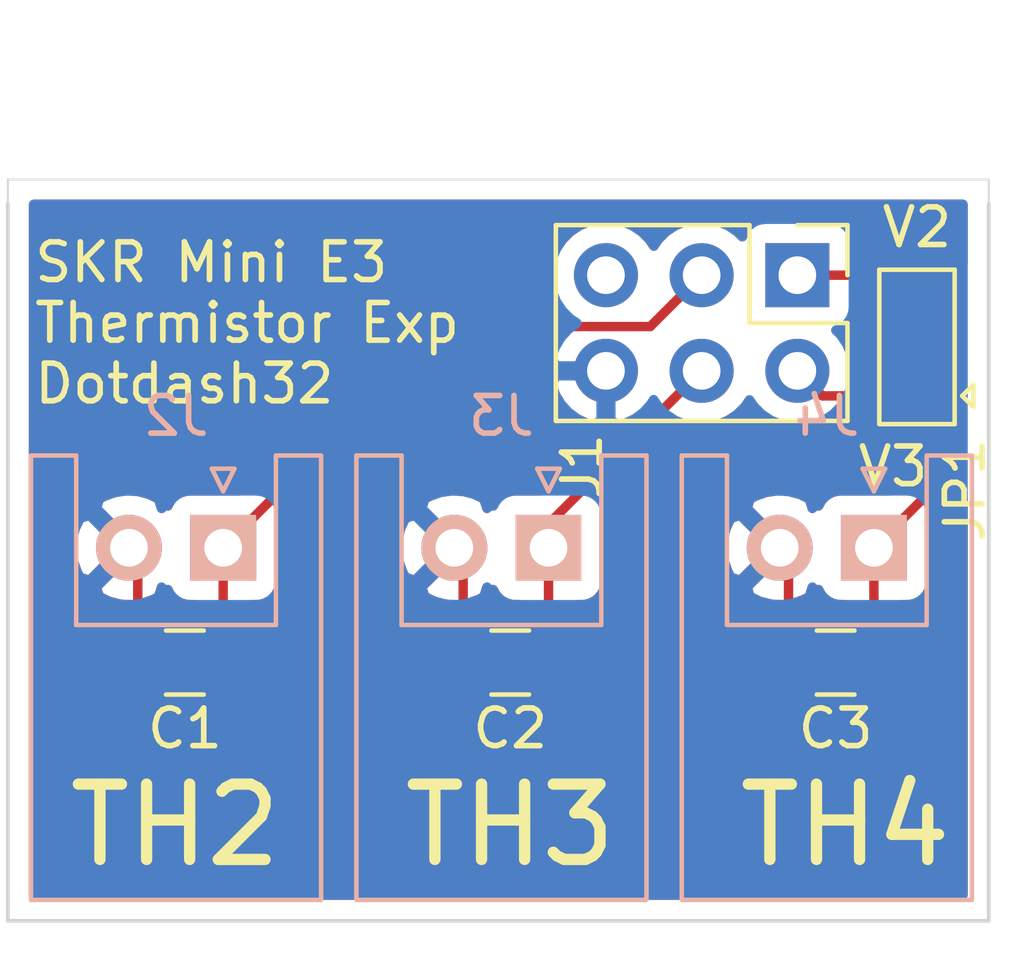
<source format=kicad_pcb>
(kicad_pcb (version 20171130) (host pcbnew "(5.1.10-1-10_14)")

  (general
    (thickness 1.6)
    (drawings 12)
    (tracks 25)
    (zones 0)
    (modules 8)
    (nets 8)
  )

  (page A4)
  (layers
    (0 F.Cu signal)
    (31 B.Cu signal)
    (32 B.Adhes user)
    (33 F.Adhes user)
    (34 B.Paste user)
    (35 F.Paste user)
    (36 B.SilkS user)
    (37 F.SilkS user)
    (38 B.Mask user)
    (39 F.Mask user)
    (40 Dwgs.User user)
    (41 Cmts.User user)
    (42 Eco1.User user)
    (43 Eco2.User user)
    (44 Edge.Cuts user)
    (45 Margin user)
    (46 B.CrtYd user)
    (47 F.CrtYd user)
    (48 B.Fab user)
    (49 F.Fab user)
  )

  (setup
    (last_trace_width 0.25)
    (trace_clearance 0.2)
    (zone_clearance 0.508)
    (zone_45_only no)
    (trace_min 0.2)
    (via_size 0.8)
    (via_drill 0.4)
    (via_min_size 0.4)
    (via_min_drill 0.3)
    (uvia_size 0.3)
    (uvia_drill 0.1)
    (uvias_allowed no)
    (uvia_min_size 0.2)
    (uvia_min_drill 0.1)
    (edge_width 0.05)
    (segment_width 0.2)
    (pcb_text_width 0.3)
    (pcb_text_size 1.5 1.5)
    (mod_edge_width 0.12)
    (mod_text_size 1 1)
    (mod_text_width 0.15)
    (pad_size 1.524 1.524)
    (pad_drill 0.762)
    (pad_to_mask_clearance 0)
    (aux_axis_origin 0 0)
    (visible_elements FFFFFF7F)
    (pcbplotparams
      (layerselection 0x010fc_ffffffff)
      (usegerberextensions false)
      (usegerberattributes true)
      (usegerberadvancedattributes true)
      (creategerberjobfile true)
      (excludeedgelayer true)
      (linewidth 0.100000)
      (plotframeref false)
      (viasonmask false)
      (mode 1)
      (useauxorigin false)
      (hpglpennumber 1)
      (hpglpenspeed 20)
      (hpglpendiameter 15.000000)
      (psnegative false)
      (psa4output false)
      (plotreference true)
      (plotvalue true)
      (plotinvisibletext false)
      (padsonsilk false)
      (subtractmaskfromsilk false)
      (outputformat 1)
      (mirror false)
      (drillshape 1)
      (scaleselection 1)
      (outputdirectory ""))
  )

  (net 0 "")
  (net 1 /TH2)
  (net 2 GND)
  (net 3 /TH3)
  (net 4 /TH4)
  (net 5 "Net-(J1-Pad5)")
  (net 6 /V2.0)
  (net 7 /V3.0)

  (net_class Default "This is the default net class."
    (clearance 0.2)
    (trace_width 0.25)
    (via_dia 0.8)
    (via_drill 0.4)
    (uvia_dia 0.3)
    (uvia_drill 0.1)
    (add_net /TH2)
    (add_net /TH3)
    (add_net /TH4)
    (add_net /V2.0)
    (add_net /V3.0)
    (add_net GND)
    (add_net "Net-(J1-Pad5)")
  )

  (module Pin_Headers:Pin_Header_Straight_2x03_Pitch2.54mm (layer F.Cu) (tedit 59650532) (tstamp 61B99B10)
    (at 125.73 74.93 270)
    (descr "Through hole straight pin header, 2x03, 2.54mm pitch, double rows")
    (tags "Through hole pin header THT 2x03 2.54mm double row")
    (path /61BB4B9B)
    (fp_text reference J1 (at 5.08 5.715 90) (layer F.SilkS)
      (effects (font (size 1 1) (thickness 0.15)))
    )
    (fp_text value Conn_02x03_Odd_Even (at 1.27 7.41 90) (layer F.Fab)
      (effects (font (size 1 1) (thickness 0.15)))
    )
    (fp_line (start 0 -1.27) (end 3.81 -1.27) (layer F.Fab) (width 0.1))
    (fp_line (start 3.81 -1.27) (end 3.81 6.35) (layer F.Fab) (width 0.1))
    (fp_line (start 3.81 6.35) (end -1.27 6.35) (layer F.Fab) (width 0.1))
    (fp_line (start -1.27 6.35) (end -1.27 0) (layer F.Fab) (width 0.1))
    (fp_line (start -1.27 0) (end 0 -1.27) (layer F.Fab) (width 0.1))
    (fp_line (start -1.33 6.41) (end 3.87 6.41) (layer F.SilkS) (width 0.12))
    (fp_line (start -1.33 1.27) (end -1.33 6.41) (layer F.SilkS) (width 0.12))
    (fp_line (start 3.87 -1.33) (end 3.87 6.41) (layer F.SilkS) (width 0.12))
    (fp_line (start -1.33 1.27) (end 1.27 1.27) (layer F.SilkS) (width 0.12))
    (fp_line (start 1.27 1.27) (end 1.27 -1.33) (layer F.SilkS) (width 0.12))
    (fp_line (start 1.27 -1.33) (end 3.87 -1.33) (layer F.SilkS) (width 0.12))
    (fp_line (start -1.33 0) (end -1.33 -1.33) (layer F.SilkS) (width 0.12))
    (fp_line (start -1.33 -1.33) (end 0 -1.33) (layer F.SilkS) (width 0.12))
    (fp_line (start -1.8 -1.8) (end -1.8 6.85) (layer F.CrtYd) (width 0.05))
    (fp_line (start -1.8 6.85) (end 4.35 6.85) (layer F.CrtYd) (width 0.05))
    (fp_line (start 4.35 6.85) (end 4.35 -1.8) (layer F.CrtYd) (width 0.05))
    (fp_line (start 4.35 -1.8) (end -1.8 -1.8) (layer F.CrtYd) (width 0.05))
    (fp_text user %R (at 1.27 2.54) (layer F.Fab)
      (effects (font (size 1 1) (thickness 0.15)))
    )
    (pad 1 thru_hole rect (at 0 0 270) (size 1.7 1.7) (drill 1) (layers *.Cu *.Mask)
      (net 6 /V2.0))
    (pad 2 thru_hole oval (at 2.54 0 270) (size 1.7 1.7) (drill 1) (layers *.Cu *.Mask)
      (net 7 /V3.0))
    (pad 3 thru_hole oval (at 0 2.54 270) (size 1.7 1.7) (drill 1) (layers *.Cu *.Mask)
      (net 1 /TH2))
    (pad 4 thru_hole oval (at 2.54 2.54 270) (size 1.7 1.7) (drill 1) (layers *.Cu *.Mask)
      (net 3 /TH3))
    (pad 5 thru_hole oval (at 0 5.08 270) (size 1.7 1.7) (drill 1) (layers *.Cu *.Mask)
      (net 5 "Net-(J1-Pad5)"))
    (pad 6 thru_hole oval (at 2.54 5.08 270) (size 1.7 1.7) (drill 1) (layers *.Cu *.Mask)
      (net 2 GND))
    (model ${KISYS3DMOD}/Pin_Headers.3dshapes/Pin_Header_Straight_2x03_Pitch2.54mm.wrl
      (at (xyz 0 0 0))
      (scale (xyz 1 1 1))
      (rotate (xyz 0 0 0))
    )
    (model ${KISYS3DMOD}/Connector_PinSocket_2.54mm.3dshapes/PinSocket_2x03_P2.54mm_Vertical.step
      (offset (xyz 0 0 -1.6))
      (scale (xyz 1 1 1))
      (rotate (xyz 0 180 0))
    )
  )

  (module Jumper:SolderJumper-3_P1.3mm_Open_Pad1.0x1.5mm (layer F.Cu) (tedit 5A3F8BB2) (tstamp 61B99D0F)
    (at 128.905 76.835 90)
    (descr "SMD Solder 3-pad Jumper, 1x1.5mm Pads, 0.3mm gap, open")
    (tags "solder jumper open")
    (path /61B9AB20)
    (attr virtual)
    (fp_text reference JP1 (at -3.81 1.27 90) (layer F.SilkS)
      (effects (font (size 1 1) (thickness 0.15)))
    )
    (fp_text value Jumper_3_Open (at 0 2 90) (layer F.Fab)
      (effects (font (size 1 1) (thickness 0.15)))
    )
    (fp_line (start 2.3 1.25) (end -2.3 1.25) (layer F.CrtYd) (width 0.05))
    (fp_line (start 2.3 1.25) (end 2.3 -1.25) (layer F.CrtYd) (width 0.05))
    (fp_line (start -2.3 -1.25) (end -2.3 1.25) (layer F.CrtYd) (width 0.05))
    (fp_line (start -2.3 -1.25) (end 2.3 -1.25) (layer F.CrtYd) (width 0.05))
    (fp_line (start -2.05 -1) (end 2.05 -1) (layer F.SilkS) (width 0.12))
    (fp_line (start 2.05 -1) (end 2.05 1) (layer F.SilkS) (width 0.12))
    (fp_line (start 2.05 1) (end -2.05 1) (layer F.SilkS) (width 0.12))
    (fp_line (start -2.05 1) (end -2.05 -1) (layer F.SilkS) (width 0.12))
    (fp_line (start -1.3 1.2) (end -1.6 1.5) (layer F.SilkS) (width 0.12))
    (fp_line (start -1.6 1.5) (end -1 1.5) (layer F.SilkS) (width 0.12))
    (fp_line (start -1.3 1.2) (end -1 1.5) (layer F.SilkS) (width 0.12))
    (pad 1 smd rect (at -1.3 0 90) (size 1 1.5) (layers F.Cu F.Mask)
      (net 7 /V3.0))
    (pad 2 smd rect (at 0 0 90) (size 1 1.5) (layers F.Cu F.Mask)
      (net 4 /TH4))
    (pad 3 smd rect (at 1.3 0 90) (size 1 1.5) (layers F.Cu F.Mask)
      (net 6 /V2.0))
  )

  (module Connectors_JST:JST_XH_S02B-XH-A_02x2.50mm_Angled (layer B.Cu) (tedit 58EAE850) (tstamp 61B9A0B1)
    (at 127.762 82.169 180)
    (descr "JST XH series connector, S02B-XH-A, side entry type, through hole")
    (tags "connector jst xh tht side horizontal angled 2.50mm")
    (path /61A11821)
    (fp_text reference J4 (at 1.25 3.5) (layer B.SilkS)
      (effects (font (size 1 1) (thickness 0.15)) (justify mirror))
    )
    (fp_text value Conn_01x02 (at 1.25 -10.3) (layer B.Fab)
      (effects (font (size 1 1) (thickness 0.15)) (justify mirror))
    )
    (fp_line (start -2.45 2.3) (end -2.45 -9.2) (layer B.Fab) (width 0.1))
    (fp_line (start -2.45 -9.2) (end 4.95 -9.2) (layer B.Fab) (width 0.1))
    (fp_line (start 4.95 -9.2) (end 4.95 2.3) (layer B.Fab) (width 0.1))
    (fp_line (start 4.95 2.3) (end -2.45 2.3) (layer B.Fab) (width 0.1))
    (fp_line (start -2.95 2.8) (end -2.95 -9.7) (layer B.CrtYd) (width 0.05))
    (fp_line (start -2.95 -9.7) (end 5.45 -9.7) (layer B.CrtYd) (width 0.05))
    (fp_line (start 5.45 -9.7) (end 5.45 2.8) (layer B.CrtYd) (width 0.05))
    (fp_line (start 5.45 2.8) (end -2.95 2.8) (layer B.CrtYd) (width 0.05))
    (fp_line (start 1.25 -9.35) (end -2.6 -9.35) (layer B.SilkS) (width 0.12))
    (fp_line (start -2.6 -9.35) (end -2.6 2.45) (layer B.SilkS) (width 0.12))
    (fp_line (start -2.6 2.45) (end -1.4 2.45) (layer B.SilkS) (width 0.12))
    (fp_line (start -1.4 2.45) (end -1.4 -2.05) (layer B.SilkS) (width 0.12))
    (fp_line (start -1.4 -2.05) (end 1.25 -2.05) (layer B.SilkS) (width 0.12))
    (fp_line (start 1.25 -9.35) (end 5.1 -9.35) (layer B.SilkS) (width 0.12))
    (fp_line (start 5.1 -9.35) (end 5.1 2.45) (layer B.SilkS) (width 0.12))
    (fp_line (start 5.1 2.45) (end 3.9 2.45) (layer B.SilkS) (width 0.12))
    (fp_line (start 3.9 2.45) (end 3.9 -2.05) (layer B.SilkS) (width 0.12))
    (fp_line (start 3.9 -2.05) (end 1.25 -2.05) (layer B.SilkS) (width 0.12))
    (fp_line (start -0.25 -3.45) (end -0.25 -8.7) (layer B.Fab) (width 0.1))
    (fp_line (start -0.25 -8.7) (end 0.25 -8.7) (layer B.Fab) (width 0.1))
    (fp_line (start 0.25 -8.7) (end 0.25 -3.45) (layer B.Fab) (width 0.1))
    (fp_line (start 0.25 -3.45) (end -0.25 -3.45) (layer B.Fab) (width 0.1))
    (fp_line (start 2.25 -3.45) (end 2.25 -8.7) (layer B.Fab) (width 0.1))
    (fp_line (start 2.25 -8.7) (end 2.75 -8.7) (layer B.Fab) (width 0.1))
    (fp_line (start 2.75 -8.7) (end 2.75 -3.45) (layer B.Fab) (width 0.1))
    (fp_line (start 2.75 -3.45) (end 2.25 -3.45) (layer B.Fab) (width 0.1))
    (fp_line (start 0 1.5) (end -0.3 2.1) (layer B.SilkS) (width 0.12))
    (fp_line (start -0.3 2.1) (end 0.3 2.1) (layer B.SilkS) (width 0.12))
    (fp_line (start 0.3 2.1) (end 0 1.5) (layer B.SilkS) (width 0.12))
    (fp_line (start 0 1.5) (end -0.3 2.1) (layer B.Fab) (width 0.1))
    (fp_line (start -0.3 2.1) (end 0.3 2.1) (layer B.Fab) (width 0.1))
    (fp_line (start 0.3 2.1) (end 0 1.5) (layer B.Fab) (width 0.1))
    (fp_text user %R (at 1.25 -2.25) (layer B.Fab)
      (effects (font (size 1 1) (thickness 0.15)) (justify mirror))
    )
    (pad 1 thru_hole rect (at 0 0 180) (size 1.75 1.75) (drill 1) (layers *.Cu *.Mask B.SilkS)
      (net 4 /TH4))
    (pad 2 thru_hole circle (at 2.5 0 180) (size 1.75 1.75) (drill 1) (layers *.Cu *.Mask B.SilkS)
      (net 2 GND))
    (model Connectors_JST.3dshapes/JST_XH_S02B-XH-A_02x2.50mm_Angled.wrl
      (at (xyz 0 0 0))
      (scale (xyz 1 1 1))
      (rotate (xyz 0 0 0))
    )
    (model ${KISYS3DMOD}/Connector_JST.3dshapes/JST_XH_S02B-XH-A-1_1x02_P2.50mm_Horizontal.step
      (at (xyz 0 0 0))
      (scale (xyz 1 1 1))
      (rotate (xyz 0 0 0))
    )
  )

  (module Connectors_JST:JST_XH_S02B-XH-A_02x2.50mm_Angled (layer B.Cu) (tedit 58EAE850) (tstamp 61B9A123)
    (at 119.126 82.169 180)
    (descr "JST XH series connector, S02B-XH-A, side entry type, through hole")
    (tags "connector jst xh tht side horizontal angled 2.50mm")
    (path /61A1120B)
    (fp_text reference J3 (at 1.25 3.5) (layer B.SilkS)
      (effects (font (size 1 1) (thickness 0.15)) (justify mirror))
    )
    (fp_text value Conn_01x02 (at 1.25 -10.3) (layer B.Fab)
      (effects (font (size 1 1) (thickness 0.15)) (justify mirror))
    )
    (fp_line (start -2.45 2.3) (end -2.45 -9.2) (layer B.Fab) (width 0.1))
    (fp_line (start -2.45 -9.2) (end 4.95 -9.2) (layer B.Fab) (width 0.1))
    (fp_line (start 4.95 -9.2) (end 4.95 2.3) (layer B.Fab) (width 0.1))
    (fp_line (start 4.95 2.3) (end -2.45 2.3) (layer B.Fab) (width 0.1))
    (fp_line (start -2.95 2.8) (end -2.95 -9.7) (layer B.CrtYd) (width 0.05))
    (fp_line (start -2.95 -9.7) (end 5.45 -9.7) (layer B.CrtYd) (width 0.05))
    (fp_line (start 5.45 -9.7) (end 5.45 2.8) (layer B.CrtYd) (width 0.05))
    (fp_line (start 5.45 2.8) (end -2.95 2.8) (layer B.CrtYd) (width 0.05))
    (fp_line (start 1.25 -9.35) (end -2.6 -9.35) (layer B.SilkS) (width 0.12))
    (fp_line (start -2.6 -9.35) (end -2.6 2.45) (layer B.SilkS) (width 0.12))
    (fp_line (start -2.6 2.45) (end -1.4 2.45) (layer B.SilkS) (width 0.12))
    (fp_line (start -1.4 2.45) (end -1.4 -2.05) (layer B.SilkS) (width 0.12))
    (fp_line (start -1.4 -2.05) (end 1.25 -2.05) (layer B.SilkS) (width 0.12))
    (fp_line (start 1.25 -9.35) (end 5.1 -9.35) (layer B.SilkS) (width 0.12))
    (fp_line (start 5.1 -9.35) (end 5.1 2.45) (layer B.SilkS) (width 0.12))
    (fp_line (start 5.1 2.45) (end 3.9 2.45) (layer B.SilkS) (width 0.12))
    (fp_line (start 3.9 2.45) (end 3.9 -2.05) (layer B.SilkS) (width 0.12))
    (fp_line (start 3.9 -2.05) (end 1.25 -2.05) (layer B.SilkS) (width 0.12))
    (fp_line (start -0.25 -3.45) (end -0.25 -8.7) (layer B.Fab) (width 0.1))
    (fp_line (start -0.25 -8.7) (end 0.25 -8.7) (layer B.Fab) (width 0.1))
    (fp_line (start 0.25 -8.7) (end 0.25 -3.45) (layer B.Fab) (width 0.1))
    (fp_line (start 0.25 -3.45) (end -0.25 -3.45) (layer B.Fab) (width 0.1))
    (fp_line (start 2.25 -3.45) (end 2.25 -8.7) (layer B.Fab) (width 0.1))
    (fp_line (start 2.25 -8.7) (end 2.75 -8.7) (layer B.Fab) (width 0.1))
    (fp_line (start 2.75 -8.7) (end 2.75 -3.45) (layer B.Fab) (width 0.1))
    (fp_line (start 2.75 -3.45) (end 2.25 -3.45) (layer B.Fab) (width 0.1))
    (fp_line (start 0 1.5) (end -0.3 2.1) (layer B.SilkS) (width 0.12))
    (fp_line (start -0.3 2.1) (end 0.3 2.1) (layer B.SilkS) (width 0.12))
    (fp_line (start 0.3 2.1) (end 0 1.5) (layer B.SilkS) (width 0.12))
    (fp_line (start 0 1.5) (end -0.3 2.1) (layer B.Fab) (width 0.1))
    (fp_line (start -0.3 2.1) (end 0.3 2.1) (layer B.Fab) (width 0.1))
    (fp_line (start 0.3 2.1) (end 0 1.5) (layer B.Fab) (width 0.1))
    (fp_text user %R (at 1.25 -2.25) (layer B.Fab)
      (effects (font (size 1 1) (thickness 0.15)) (justify mirror))
    )
    (pad 1 thru_hole rect (at 0 0 180) (size 1.75 1.75) (drill 1) (layers *.Cu *.Mask B.SilkS)
      (net 3 /TH3))
    (pad 2 thru_hole circle (at 2.5 0 180) (size 1.75 1.75) (drill 1) (layers *.Cu *.Mask B.SilkS)
      (net 2 GND))
    (model Connectors_JST.3dshapes/JST_XH_S02B-XH-A_02x2.50mm_Angled.wrl
      (at (xyz 0 0 0))
      (scale (xyz 1 1 1))
      (rotate (xyz 0 0 0))
    )
    (model ${KISYS3DMOD}/Connector_JST.3dshapes/JST_XH_S02B-XH-A-1_1x02_P2.50mm_Horizontal.step
      (at (xyz 0 0 0))
      (scale (xyz 1 1 1))
      (rotate (xyz 0 0 0))
    )
  )

  (module Connectors_JST:JST_XH_S02B-XH-A_02x2.50mm_Angled (layer B.Cu) (tedit 58EAE850) (tstamp 61B9A195)
    (at 110.49 82.169 180)
    (descr "JST XH series connector, S02B-XH-A, side entry type, through hole")
    (tags "connector jst xh tht side horizontal angled 2.50mm")
    (path /61A0FD6D)
    (fp_text reference J2 (at 1.25 3.5) (layer B.SilkS)
      (effects (font (size 1 1) (thickness 0.15)) (justify mirror))
    )
    (fp_text value Conn_01x02 (at 1.25 -10.3) (layer B.Fab)
      (effects (font (size 1 1) (thickness 0.15)) (justify mirror))
    )
    (fp_line (start -2.45 2.3) (end -2.45 -9.2) (layer B.Fab) (width 0.1))
    (fp_line (start -2.45 -9.2) (end 4.95 -9.2) (layer B.Fab) (width 0.1))
    (fp_line (start 4.95 -9.2) (end 4.95 2.3) (layer B.Fab) (width 0.1))
    (fp_line (start 4.95 2.3) (end -2.45 2.3) (layer B.Fab) (width 0.1))
    (fp_line (start -2.95 2.8) (end -2.95 -9.7) (layer B.CrtYd) (width 0.05))
    (fp_line (start -2.95 -9.7) (end 5.45 -9.7) (layer B.CrtYd) (width 0.05))
    (fp_line (start 5.45 -9.7) (end 5.45 2.8) (layer B.CrtYd) (width 0.05))
    (fp_line (start 5.45 2.8) (end -2.95 2.8) (layer B.CrtYd) (width 0.05))
    (fp_line (start 1.25 -9.35) (end -2.6 -9.35) (layer B.SilkS) (width 0.12))
    (fp_line (start -2.6 -9.35) (end -2.6 2.45) (layer B.SilkS) (width 0.12))
    (fp_line (start -2.6 2.45) (end -1.4 2.45) (layer B.SilkS) (width 0.12))
    (fp_line (start -1.4 2.45) (end -1.4 -2.05) (layer B.SilkS) (width 0.12))
    (fp_line (start -1.4 -2.05) (end 1.25 -2.05) (layer B.SilkS) (width 0.12))
    (fp_line (start 1.25 -9.35) (end 5.1 -9.35) (layer B.SilkS) (width 0.12))
    (fp_line (start 5.1 -9.35) (end 5.1 2.45) (layer B.SilkS) (width 0.12))
    (fp_line (start 5.1 2.45) (end 3.9 2.45) (layer B.SilkS) (width 0.12))
    (fp_line (start 3.9 2.45) (end 3.9 -2.05) (layer B.SilkS) (width 0.12))
    (fp_line (start 3.9 -2.05) (end 1.25 -2.05) (layer B.SilkS) (width 0.12))
    (fp_line (start -0.25 -3.45) (end -0.25 -8.7) (layer B.Fab) (width 0.1))
    (fp_line (start -0.25 -8.7) (end 0.25 -8.7) (layer B.Fab) (width 0.1))
    (fp_line (start 0.25 -8.7) (end 0.25 -3.45) (layer B.Fab) (width 0.1))
    (fp_line (start 0.25 -3.45) (end -0.25 -3.45) (layer B.Fab) (width 0.1))
    (fp_line (start 2.25 -3.45) (end 2.25 -8.7) (layer B.Fab) (width 0.1))
    (fp_line (start 2.25 -8.7) (end 2.75 -8.7) (layer B.Fab) (width 0.1))
    (fp_line (start 2.75 -8.7) (end 2.75 -3.45) (layer B.Fab) (width 0.1))
    (fp_line (start 2.75 -3.45) (end 2.25 -3.45) (layer B.Fab) (width 0.1))
    (fp_line (start 0 1.5) (end -0.3 2.1) (layer B.SilkS) (width 0.12))
    (fp_line (start -0.3 2.1) (end 0.3 2.1) (layer B.SilkS) (width 0.12))
    (fp_line (start 0.3 2.1) (end 0 1.5) (layer B.SilkS) (width 0.12))
    (fp_line (start 0 1.5) (end -0.3 2.1) (layer B.Fab) (width 0.1))
    (fp_line (start -0.3 2.1) (end 0.3 2.1) (layer B.Fab) (width 0.1))
    (fp_line (start 0.3 2.1) (end 0 1.5) (layer B.Fab) (width 0.1))
    (fp_text user %R (at 1.25 -2.25) (layer B.Fab)
      (effects (font (size 1 1) (thickness 0.15)) (justify mirror))
    )
    (pad 1 thru_hole rect (at 0 0 180) (size 1.75 1.75) (drill 1) (layers *.Cu *.Mask B.SilkS)
      (net 1 /TH2))
    (pad 2 thru_hole circle (at 2.5 0 180) (size 1.75 1.75) (drill 1) (layers *.Cu *.Mask B.SilkS)
      (net 2 GND))
    (model Connectors_JST.3dshapes/JST_XH_S02B-XH-A_02x2.50mm_Angled.wrl
      (at (xyz 0 0 0))
      (scale (xyz 1 1 1))
      (rotate (xyz 0 0 0))
    )
    (model ${KISYS3DMOD}/Connector_JST.3dshapes/JST_XH_S02B-XH-A-1_1x02_P2.50mm_Horizontal.step
      (at (xyz 0 0 0))
      (scale (xyz 1 1 1))
      (rotate (xyz 0 0 0))
    )
  )

  (module Capacitors_SMD:C_0805_HandSoldering (layer F.Cu) (tedit 58AA84A8) (tstamp 61B9A1F1)
    (at 126.746 85.217 180)
    (descr "Capacitor SMD 0805, hand soldering")
    (tags "capacitor 0805")
    (path /61BA4A2F)
    (attr smd)
    (fp_text reference C3 (at 0 -1.75) (layer F.SilkS)
      (effects (font (size 1 1) (thickness 0.15)))
    )
    (fp_text value 10uF (at 0 1.75) (layer F.Fab)
      (effects (font (size 1 1) (thickness 0.15)))
    )
    (fp_line (start -1 0.62) (end -1 -0.62) (layer F.Fab) (width 0.1))
    (fp_line (start 1 0.62) (end -1 0.62) (layer F.Fab) (width 0.1))
    (fp_line (start 1 -0.62) (end 1 0.62) (layer F.Fab) (width 0.1))
    (fp_line (start -1 -0.62) (end 1 -0.62) (layer F.Fab) (width 0.1))
    (fp_line (start 0.5 -0.85) (end -0.5 -0.85) (layer F.SilkS) (width 0.12))
    (fp_line (start -0.5 0.85) (end 0.5 0.85) (layer F.SilkS) (width 0.12))
    (fp_line (start -2.25 -0.88) (end 2.25 -0.88) (layer F.CrtYd) (width 0.05))
    (fp_line (start -2.25 -0.88) (end -2.25 0.87) (layer F.CrtYd) (width 0.05))
    (fp_line (start 2.25 0.87) (end 2.25 -0.88) (layer F.CrtYd) (width 0.05))
    (fp_line (start 2.25 0.87) (end -2.25 0.87) (layer F.CrtYd) (width 0.05))
    (fp_text user %R (at 0 -1.75) (layer F.Fab)
      (effects (font (size 1 1) (thickness 0.15)))
    )
    (pad 1 smd rect (at -1.25 0 180) (size 1.5 1.25) (layers F.Cu F.Paste F.Mask)
      (net 4 /TH4))
    (pad 2 smd rect (at 1.25 0 180) (size 1.5 1.25) (layers F.Cu F.Paste F.Mask)
      (net 2 GND))
    (model Capacitors_SMD.3dshapes/C_0805.wrl
      (at (xyz 0 0 0))
      (scale (xyz 1 1 1))
      (rotate (xyz 0 0 0))
    )
    (model ${KISYS3DMOD}/Capacitor_SMD.3dshapes/C_0805_2012Metric.step
      (at (xyz 0 0 0))
      (scale (xyz 1 1 1))
      (rotate (xyz 0 0 0))
    )
  )

  (module Capacitors_SMD:C_0805_HandSoldering (layer F.Cu) (tedit 58AA84A8) (tstamp 61B9A221)
    (at 118.11 85.217 180)
    (descr "Capacitor SMD 0805, hand soldering")
    (tags "capacitor 0805")
    (path /61BA4139)
    (attr smd)
    (fp_text reference C2 (at 0 -1.75) (layer F.SilkS)
      (effects (font (size 1 1) (thickness 0.15)))
    )
    (fp_text value 10uF (at 0 1.75) (layer F.Fab)
      (effects (font (size 1 1) (thickness 0.15)))
    )
    (fp_line (start -1 0.62) (end -1 -0.62) (layer F.Fab) (width 0.1))
    (fp_line (start 1 0.62) (end -1 0.62) (layer F.Fab) (width 0.1))
    (fp_line (start 1 -0.62) (end 1 0.62) (layer F.Fab) (width 0.1))
    (fp_line (start -1 -0.62) (end 1 -0.62) (layer F.Fab) (width 0.1))
    (fp_line (start 0.5 -0.85) (end -0.5 -0.85) (layer F.SilkS) (width 0.12))
    (fp_line (start -0.5 0.85) (end 0.5 0.85) (layer F.SilkS) (width 0.12))
    (fp_line (start -2.25 -0.88) (end 2.25 -0.88) (layer F.CrtYd) (width 0.05))
    (fp_line (start -2.25 -0.88) (end -2.25 0.87) (layer F.CrtYd) (width 0.05))
    (fp_line (start 2.25 0.87) (end 2.25 -0.88) (layer F.CrtYd) (width 0.05))
    (fp_line (start 2.25 0.87) (end -2.25 0.87) (layer F.CrtYd) (width 0.05))
    (fp_text user %R (at 0 -1.75) (layer F.Fab)
      (effects (font (size 1 1) (thickness 0.15)))
    )
    (pad 1 smd rect (at -1.25 0 180) (size 1.5 1.25) (layers F.Cu F.Paste F.Mask)
      (net 3 /TH3))
    (pad 2 smd rect (at 1.25 0 180) (size 1.5 1.25) (layers F.Cu F.Paste F.Mask)
      (net 2 GND))
    (model Capacitors_SMD.3dshapes/C_0805.wrl
      (at (xyz 0 0 0))
      (scale (xyz 1 1 1))
      (rotate (xyz 0 0 0))
    )
    (model ${KISYS3DMOD}/Capacitor_SMD.3dshapes/C_0805_2012Metric.step
      (at (xyz 0 0 0))
      (scale (xyz 1 1 1))
      (rotate (xyz 0 0 0))
    )
  )

  (module Capacitors_SMD:C_0805_HandSoldering (layer F.Cu) (tedit 58AA84A8) (tstamp 61B9A251)
    (at 109.474 85.217 180)
    (descr "Capacitor SMD 0805, hand soldering")
    (tags "capacitor 0805")
    (path /61BA2620)
    (attr smd)
    (fp_text reference C1 (at 0 -1.75) (layer F.SilkS)
      (effects (font (size 1 1) (thickness 0.15)))
    )
    (fp_text value 10uF (at 0 1.75) (layer F.Fab)
      (effects (font (size 1 1) (thickness 0.15)))
    )
    (fp_line (start -1 0.62) (end -1 -0.62) (layer F.Fab) (width 0.1))
    (fp_line (start 1 0.62) (end -1 0.62) (layer F.Fab) (width 0.1))
    (fp_line (start 1 -0.62) (end 1 0.62) (layer F.Fab) (width 0.1))
    (fp_line (start -1 -0.62) (end 1 -0.62) (layer F.Fab) (width 0.1))
    (fp_line (start 0.5 -0.85) (end -0.5 -0.85) (layer F.SilkS) (width 0.12))
    (fp_line (start -0.5 0.85) (end 0.5 0.85) (layer F.SilkS) (width 0.12))
    (fp_line (start -2.25 -0.88) (end 2.25 -0.88) (layer F.CrtYd) (width 0.05))
    (fp_line (start -2.25 -0.88) (end -2.25 0.87) (layer F.CrtYd) (width 0.05))
    (fp_line (start 2.25 0.87) (end 2.25 -0.88) (layer F.CrtYd) (width 0.05))
    (fp_line (start 2.25 0.87) (end -2.25 0.87) (layer F.CrtYd) (width 0.05))
    (fp_text user %R (at 0 -1.75) (layer F.Fab)
      (effects (font (size 1 1) (thickness 0.15)))
    )
    (pad 1 smd rect (at -1.25 0 180) (size 1.5 1.25) (layers F.Cu F.Paste F.Mask)
      (net 1 /TH2))
    (pad 2 smd rect (at 1.25 0 180) (size 1.5 1.25) (layers F.Cu F.Paste F.Mask)
      (net 2 GND))
    (model Capacitors_SMD.3dshapes/C_0805.wrl
      (at (xyz 0 0 0))
      (scale (xyz 1 1 1))
      (rotate (xyz 0 0 0))
    )
    (model ${KISYS3DMOD}/Capacitor_SMD.3dshapes/C_0805_2012Metric.step
      (at (xyz 0 0 0))
      (scale (xyz 1 1 1))
      (rotate (xyz 0 0 0))
    )
  )

  (gr_line (start 104.775 72.39) (end 104.775 73.025) (layer Edge.Cuts) (width 0.05) (tstamp 61B9A2FE))
  (gr_line (start 130.81 72.39) (end 104.775 72.39) (layer Edge.Cuts) (width 0.05))
  (gr_line (start 130.81 73.025) (end 130.81 72.39) (layer Edge.Cuts) (width 0.05))
  (gr_line (start 130.81 73.025) (end 130.81 92.075) (layer Edge.Cuts) (width 0.1))
  (gr_line (start 104.775 92.075) (end 104.775 73.025) (layer Edge.Cuts) (width 0.1))
  (gr_line (start 130.81 92.075) (end 104.775 92.075) (layer Edge.Cuts) (width 0.1))
  (gr_text V3 (at 128.27 80.01) (layer F.SilkS) (tstamp 61B99DC9)
    (effects (font (size 1 1) (thickness 0.15)))
  )
  (gr_text "SKR Mini E3\nThermistor Exp\nDotdash32" (at 105.41 76.2) (layer F.SilkS)
    (effects (font (size 1 1) (thickness 0.15)) (justify left))
  )
  (gr_text V2 (at 128.905 73.66) (layer F.SilkS)
    (effects (font (size 1 1) (thickness 0.15)))
  )
  (gr_text TH4 (at 127 89.535) (layer F.SilkS) (tstamp 61B9A278)
    (effects (font (size 2 2) (thickness 0.3)))
  )
  (gr_text TH3 (at 118.11 89.535) (layer F.SilkS) (tstamp 61B9A272)
    (effects (font (size 2 2) (thickness 0.3)))
  )
  (gr_text TH2 (at 109.22 89.535) (layer F.SilkS) (tstamp 61B9A275)
    (effects (font (size 2 2) (thickness 0.3)))
  )

  (segment (start 110.49 84.983) (end 110.724 85.217) (width 0.25) (layer F.Cu) (net 1))
  (segment (start 110.49 82.169) (end 110.49 84.983) (width 0.25) (layer F.Cu) (net 1))
  (segment (start 121.825001 76.294999) (end 123.19 74.93) (width 0.25) (layer F.Cu) (net 1))
  (segment (start 116.364001 76.294999) (end 121.825001 76.294999) (width 0.25) (layer F.Cu) (net 1))
  (segment (start 110.49 82.169) (end 116.364001 76.294999) (width 0.25) (layer F.Cu) (net 1))
  (segment (start 125.496 82.403) (end 125.262 82.169) (width 0.25) (layer F.Cu) (net 2))
  (segment (start 125.496 85.217) (end 125.496 82.403) (width 0.25) (layer F.Cu) (net 2))
  (segment (start 116.86 82.403) (end 116.626 82.169) (width 0.25) (layer F.Cu) (net 2))
  (segment (start 116.86 85.217) (end 116.86 82.403) (width 0.25) (layer F.Cu) (net 2))
  (segment (start 108.224 82.403) (end 107.99 82.169) (width 0.25) (layer F.Cu) (net 2))
  (segment (start 108.224 85.217) (end 108.224 82.403) (width 0.25) (layer F.Cu) (net 2))
  (segment (start 119.126 84.983) (end 119.36 85.217) (width 0.25) (layer F.Cu) (net 3))
  (segment (start 119.126 82.169) (end 119.126 84.983) (width 0.25) (layer F.Cu) (net 3))
  (segment (start 119.126 81.534) (end 123.19 77.47) (width 0.25) (layer F.Cu) (net 3))
  (segment (start 119.126 82.169) (end 119.126 81.534) (width 0.25) (layer F.Cu) (net 3))
  (segment (start 129.980001 76.910001) (end 129.980001 79.950999) (width 0.25) (layer F.Cu) (net 4))
  (segment (start 129.980001 79.950999) (end 127.762 82.169) (width 0.25) (layer F.Cu) (net 4))
  (segment (start 129.905 76.835) (end 129.980001 76.910001) (width 0.25) (layer F.Cu) (net 4))
  (segment (start 128.905 76.835) (end 129.905 76.835) (width 0.25) (layer F.Cu) (net 4))
  (segment (start 127.762 84.983) (end 127.996 85.217) (width 0.25) (layer F.Cu) (net 4))
  (segment (start 127.762 82.169) (end 127.762 84.983) (width 0.25) (layer F.Cu) (net 4))
  (segment (start 128.3 74.93) (end 128.905 75.535) (width 0.25) (layer F.Cu) (net 6))
  (segment (start 125.73 74.93) (end 128.3 74.93) (width 0.25) (layer F.Cu) (net 6))
  (segment (start 126.395 78.135) (end 125.73 77.47) (width 0.25) (layer F.Cu) (net 7))
  (segment (start 128.905 78.135) (end 126.395 78.135) (width 0.25) (layer F.Cu) (net 7))

  (zone (net 2) (net_name GND) (layer B.Cu) (tstamp 0) (hatch edge 0.508)
    (connect_pads (clearance 0.508))
    (min_thickness 0.254)
    (fill yes (arc_segments 32) (thermal_gap 0.508) (thermal_bridge_width 0.508))
    (polygon
      (pts
        (xy 130.81 92.075) (xy 104.775 92.075) (xy 104.775 72.39) (xy 130.81 72.39)
      )
    )
    (filled_polygon
      (pts
        (xy 130.125001 91.39) (xy 105.46 91.39) (xy 105.46 82.236543) (xy 106.474196 82.236543) (xy 106.516499 82.530963)
        (xy 106.615428 82.811474) (xy 106.692132 82.954975) (xy 106.94376 83.035635) (xy 107.810395 82.169) (xy 106.94376 81.302365)
        (xy 106.692132 81.383025) (xy 106.563733 81.651329) (xy 106.490145 81.939526) (xy 106.474196 82.236543) (xy 105.46 82.236543)
        (xy 105.46 81.12276) (xy 107.123365 81.12276) (xy 107.99 81.989395) (xy 108.004143 81.975253) (xy 108.183748 82.154858)
        (xy 108.169605 82.169) (xy 108.183748 82.183143) (xy 108.004143 82.362748) (xy 107.99 82.348605) (xy 107.123365 83.21524)
        (xy 107.204025 83.466868) (xy 107.472329 83.595267) (xy 107.760526 83.668855) (xy 108.057543 83.684804) (xy 108.351963 83.642501)
        (xy 108.632474 83.543572) (xy 108.775975 83.466868) (xy 108.856634 83.215242) (xy 108.972659 83.331267) (xy 109.023228 83.280698)
        (xy 109.025498 83.28818) (xy 109.084463 83.398494) (xy 109.163815 83.495185) (xy 109.260506 83.574537) (xy 109.37082 83.633502)
        (xy 109.490518 83.669812) (xy 109.615 83.682072) (xy 111.365 83.682072) (xy 111.489482 83.669812) (xy 111.60918 83.633502)
        (xy 111.719494 83.574537) (xy 111.816185 83.495185) (xy 111.895537 83.398494) (xy 111.954502 83.28818) (xy 111.990812 83.168482)
        (xy 112.003072 83.044) (xy 112.003072 82.236543) (xy 115.110196 82.236543) (xy 115.152499 82.530963) (xy 115.251428 82.811474)
        (xy 115.328132 82.954975) (xy 115.57976 83.035635) (xy 116.446395 82.169) (xy 115.57976 81.302365) (xy 115.328132 81.383025)
        (xy 115.199733 81.651329) (xy 115.126145 81.939526) (xy 115.110196 82.236543) (xy 112.003072 82.236543) (xy 112.003072 81.294)
        (xy 111.990812 81.169518) (xy 111.976629 81.12276) (xy 115.759365 81.12276) (xy 116.626 81.989395) (xy 116.640143 81.975253)
        (xy 116.819748 82.154858) (xy 116.805605 82.169) (xy 116.819748 82.183143) (xy 116.640143 82.362748) (xy 116.626 82.348605)
        (xy 115.759365 83.21524) (xy 115.840025 83.466868) (xy 116.108329 83.595267) (xy 116.396526 83.668855) (xy 116.693543 83.684804)
        (xy 116.987963 83.642501) (xy 117.268474 83.543572) (xy 117.411975 83.466868) (xy 117.492634 83.215242) (xy 117.608659 83.331267)
        (xy 117.659228 83.280698) (xy 117.661498 83.28818) (xy 117.720463 83.398494) (xy 117.799815 83.495185) (xy 117.896506 83.574537)
        (xy 118.00682 83.633502) (xy 118.126518 83.669812) (xy 118.251 83.682072) (xy 120.001 83.682072) (xy 120.125482 83.669812)
        (xy 120.24518 83.633502) (xy 120.355494 83.574537) (xy 120.452185 83.495185) (xy 120.531537 83.398494) (xy 120.590502 83.28818)
        (xy 120.626812 83.168482) (xy 120.639072 83.044) (xy 120.639072 82.236543) (xy 123.746196 82.236543) (xy 123.788499 82.530963)
        (xy 123.887428 82.811474) (xy 123.964132 82.954975) (xy 124.21576 83.035635) (xy 125.082395 82.169) (xy 124.21576 81.302365)
        (xy 123.964132 81.383025) (xy 123.835733 81.651329) (xy 123.762145 81.939526) (xy 123.746196 82.236543) (xy 120.639072 82.236543)
        (xy 120.639072 81.294) (xy 120.626812 81.169518) (xy 120.612629 81.12276) (xy 124.395365 81.12276) (xy 125.262 81.989395)
        (xy 125.276143 81.975253) (xy 125.455748 82.154858) (xy 125.441605 82.169) (xy 125.455748 82.183143) (xy 125.276143 82.362748)
        (xy 125.262 82.348605) (xy 124.395365 83.21524) (xy 124.476025 83.466868) (xy 124.744329 83.595267) (xy 125.032526 83.668855)
        (xy 125.329543 83.684804) (xy 125.623963 83.642501) (xy 125.904474 83.543572) (xy 126.047975 83.466868) (xy 126.128634 83.215242)
        (xy 126.244659 83.331267) (xy 126.295228 83.280698) (xy 126.297498 83.28818) (xy 126.356463 83.398494) (xy 126.435815 83.495185)
        (xy 126.532506 83.574537) (xy 126.64282 83.633502) (xy 126.762518 83.669812) (xy 126.887 83.682072) (xy 128.637 83.682072)
        (xy 128.761482 83.669812) (xy 128.88118 83.633502) (xy 128.991494 83.574537) (xy 129.088185 83.495185) (xy 129.167537 83.398494)
        (xy 129.226502 83.28818) (xy 129.262812 83.168482) (xy 129.275072 83.044) (xy 129.275072 81.294) (xy 129.262812 81.169518)
        (xy 129.226502 81.04982) (xy 129.167537 80.939506) (xy 129.088185 80.842815) (xy 128.991494 80.763463) (xy 128.88118 80.704498)
        (xy 128.761482 80.668188) (xy 128.637 80.655928) (xy 126.887 80.655928) (xy 126.762518 80.668188) (xy 126.64282 80.704498)
        (xy 126.532506 80.763463) (xy 126.435815 80.842815) (xy 126.356463 80.939506) (xy 126.297498 81.04982) (xy 126.295228 81.057302)
        (xy 126.244659 81.006733) (xy 126.128634 81.122758) (xy 126.047975 80.871132) (xy 125.779671 80.742733) (xy 125.491474 80.669145)
        (xy 125.194457 80.653196) (xy 124.900037 80.695499) (xy 124.619526 80.794428) (xy 124.476025 80.871132) (xy 124.395365 81.12276)
        (xy 120.612629 81.12276) (xy 120.590502 81.04982) (xy 120.531537 80.939506) (xy 120.452185 80.842815) (xy 120.355494 80.763463)
        (xy 120.24518 80.704498) (xy 120.125482 80.668188) (xy 120.001 80.655928) (xy 118.251 80.655928) (xy 118.126518 80.668188)
        (xy 118.00682 80.704498) (xy 117.896506 80.763463) (xy 117.799815 80.842815) (xy 117.720463 80.939506) (xy 117.661498 81.04982)
        (xy 117.659228 81.057302) (xy 117.608659 81.006733) (xy 117.492634 81.122758) (xy 117.411975 80.871132) (xy 117.143671 80.742733)
        (xy 116.855474 80.669145) (xy 116.558457 80.653196) (xy 116.264037 80.695499) (xy 115.983526 80.794428) (xy 115.840025 80.871132)
        (xy 115.759365 81.12276) (xy 111.976629 81.12276) (xy 111.954502 81.04982) (xy 111.895537 80.939506) (xy 111.816185 80.842815)
        (xy 111.719494 80.763463) (xy 111.60918 80.704498) (xy 111.489482 80.668188) (xy 111.365 80.655928) (xy 109.615 80.655928)
        (xy 109.490518 80.668188) (xy 109.37082 80.704498) (xy 109.260506 80.763463) (xy 109.163815 80.842815) (xy 109.084463 80.939506)
        (xy 109.025498 81.04982) (xy 109.023228 81.057302) (xy 108.972659 81.006733) (xy 108.856634 81.122758) (xy 108.775975 80.871132)
        (xy 108.507671 80.742733) (xy 108.219474 80.669145) (xy 107.922457 80.653196) (xy 107.628037 80.695499) (xy 107.347526 80.794428)
        (xy 107.204025 80.871132) (xy 107.123365 81.12276) (xy 105.46 81.12276) (xy 105.46 77.826891) (xy 119.208519 77.826891)
        (xy 119.305843 78.101252) (xy 119.454822 78.351355) (xy 119.649731 78.567588) (xy 119.88308 78.741641) (xy 120.145901 78.866825)
        (xy 120.29311 78.911476) (xy 120.523 78.790155) (xy 120.523 77.597) (xy 119.329186 77.597) (xy 119.208519 77.826891)
        (xy 105.46 77.826891) (xy 105.46 74.78374) (xy 119.165 74.78374) (xy 119.165 75.07626) (xy 119.222068 75.363158)
        (xy 119.33401 75.633411) (xy 119.496525 75.876632) (xy 119.703368 76.083475) (xy 119.879406 76.2011) (xy 119.649731 76.372412)
        (xy 119.454822 76.588645) (xy 119.305843 76.838748) (xy 119.208519 77.113109) (xy 119.329186 77.343) (xy 120.523 77.343)
        (xy 120.523 77.323) (xy 120.777 77.323) (xy 120.777 77.343) (xy 120.797 77.343) (xy 120.797 77.597)
        (xy 120.777 77.597) (xy 120.777 78.790155) (xy 121.00689 78.911476) (xy 121.154099 78.866825) (xy 121.41692 78.741641)
        (xy 121.650269 78.567588) (xy 121.845178 78.351355) (xy 121.914805 78.234466) (xy 122.036525 78.416632) (xy 122.243368 78.623475)
        (xy 122.486589 78.78599) (xy 122.756842 78.897932) (xy 123.04374 78.955) (xy 123.33626 78.955) (xy 123.623158 78.897932)
        (xy 123.893411 78.78599) (xy 124.136632 78.623475) (xy 124.343475 78.416632) (xy 124.46 78.24224) (xy 124.576525 78.416632)
        (xy 124.783368 78.623475) (xy 125.026589 78.78599) (xy 125.296842 78.897932) (xy 125.58374 78.955) (xy 125.87626 78.955)
        (xy 126.163158 78.897932) (xy 126.433411 78.78599) (xy 126.676632 78.623475) (xy 126.883475 78.416632) (xy 127.04599 78.173411)
        (xy 127.157932 77.903158) (xy 127.215 77.61626) (xy 127.215 77.32374) (xy 127.157932 77.036842) (xy 127.04599 76.766589)
        (xy 126.883475 76.523368) (xy 126.75162 76.391513) (xy 126.82418 76.369502) (xy 126.934494 76.310537) (xy 127.031185 76.231185)
        (xy 127.110537 76.134494) (xy 127.169502 76.02418) (xy 127.205812 75.904482) (xy 127.218072 75.78) (xy 127.218072 74.08)
        (xy 127.205812 73.955518) (xy 127.169502 73.83582) (xy 127.110537 73.725506) (xy 127.031185 73.628815) (xy 126.934494 73.549463)
        (xy 126.82418 73.490498) (xy 126.704482 73.454188) (xy 126.58 73.441928) (xy 124.88 73.441928) (xy 124.755518 73.454188)
        (xy 124.63582 73.490498) (xy 124.525506 73.549463) (xy 124.428815 73.628815) (xy 124.349463 73.725506) (xy 124.290498 73.83582)
        (xy 124.268487 73.90838) (xy 124.136632 73.776525) (xy 123.893411 73.61401) (xy 123.623158 73.502068) (xy 123.33626 73.445)
        (xy 123.04374 73.445) (xy 122.756842 73.502068) (xy 122.486589 73.61401) (xy 122.243368 73.776525) (xy 122.036525 73.983368)
        (xy 121.92 74.15776) (xy 121.803475 73.983368) (xy 121.596632 73.776525) (xy 121.353411 73.61401) (xy 121.083158 73.502068)
        (xy 120.79626 73.445) (xy 120.50374 73.445) (xy 120.216842 73.502068) (xy 119.946589 73.61401) (xy 119.703368 73.776525)
        (xy 119.496525 73.983368) (xy 119.33401 74.226589) (xy 119.222068 74.496842) (xy 119.165 74.78374) (xy 105.46 74.78374)
        (xy 105.46 73.05) (xy 130.125 73.05)
      )
    )
  )
  (zone (net 2) (net_name GND) (layer F.Cu) (tstamp 0) (hatch edge 0.508)
    (connect_pads (clearance 0.508))
    (min_thickness 0.254)
    (fill yes (arc_segments 32) (thermal_gap 0.508) (thermal_bridge_width 0.508))
    (polygon
      (pts
        (xy 130.81 92.075) (xy 104.775 92.075) (xy 104.775 72.39) (xy 130.81 72.39)
      )
    )
    (filled_polygon
      (pts
        (xy 130.125 74.606741) (xy 130.106185 74.583815) (xy 130.009494 74.504463) (xy 129.89918 74.445498) (xy 129.779482 74.409188)
        (xy 129.655 74.396928) (xy 128.845687 74.396928) (xy 128.840001 74.389999) (xy 128.724276 74.295026) (xy 128.592247 74.224454)
        (xy 128.448986 74.180997) (xy 128.337333 74.17) (xy 128.337322 74.17) (xy 128.3 74.166324) (xy 128.262678 74.17)
        (xy 127.218072 74.17) (xy 127.218072 74.08) (xy 127.205812 73.955518) (xy 127.169502 73.83582) (xy 127.110537 73.725506)
        (xy 127.031185 73.628815) (xy 126.934494 73.549463) (xy 126.82418 73.490498) (xy 126.704482 73.454188) (xy 126.58 73.441928)
        (xy 124.88 73.441928) (xy 124.755518 73.454188) (xy 124.63582 73.490498) (xy 124.525506 73.549463) (xy 124.428815 73.628815)
        (xy 124.349463 73.725506) (xy 124.290498 73.83582) (xy 124.268487 73.90838) (xy 124.136632 73.776525) (xy 123.893411 73.61401)
        (xy 123.623158 73.502068) (xy 123.33626 73.445) (xy 123.04374 73.445) (xy 122.756842 73.502068) (xy 122.486589 73.61401)
        (xy 122.243368 73.776525) (xy 122.036525 73.983368) (xy 121.92 74.15776) (xy 121.803475 73.983368) (xy 121.596632 73.776525)
        (xy 121.353411 73.61401) (xy 121.083158 73.502068) (xy 120.79626 73.445) (xy 120.50374 73.445) (xy 120.216842 73.502068)
        (xy 119.946589 73.61401) (xy 119.703368 73.776525) (xy 119.496525 73.983368) (xy 119.33401 74.226589) (xy 119.222068 74.496842)
        (xy 119.165 74.78374) (xy 119.165 75.07626) (xy 119.222068 75.363158) (xy 119.293247 75.534999) (xy 116.401324 75.534999)
        (xy 116.364001 75.531323) (xy 116.326678 75.534999) (xy 116.326668 75.534999) (xy 116.215015 75.545996) (xy 116.071754 75.589453)
        (xy 115.939724 75.660025) (xy 115.856084 75.728667) (xy 115.824 75.754998) (xy 115.800202 75.783996) (xy 110.928271 80.655928)
        (xy 109.615 80.655928) (xy 109.490518 80.668188) (xy 109.37082 80.704498) (xy 109.260506 80.763463) (xy 109.163815 80.842815)
        (xy 109.084463 80.939506) (xy 109.025498 81.04982) (xy 109.023228 81.057302) (xy 108.972659 81.006733) (xy 108.856634 81.122758)
        (xy 108.775975 80.871132) (xy 108.507671 80.742733) (xy 108.219474 80.669145) (xy 107.922457 80.653196) (xy 107.628037 80.695499)
        (xy 107.347526 80.794428) (xy 107.204025 80.871132) (xy 107.123365 81.12276) (xy 107.99 81.989395) (xy 108.004143 81.975253)
        (xy 108.183748 82.154858) (xy 108.169605 82.169) (xy 108.183748 82.183143) (xy 108.004143 82.362748) (xy 107.99 82.348605)
        (xy 107.123365 83.21524) (xy 107.204025 83.466868) (xy 107.472329 83.595267) (xy 107.760526 83.668855) (xy 108.057543 83.684804)
        (xy 108.351963 83.642501) (xy 108.632474 83.543572) (xy 108.775975 83.466868) (xy 108.856634 83.215242) (xy 108.972659 83.331267)
        (xy 109.023228 83.280698) (xy 109.025498 83.28818) (xy 109.084463 83.398494) (xy 109.163815 83.495185) (xy 109.260506 83.574537)
        (xy 109.37082 83.633502) (xy 109.490518 83.669812) (xy 109.615 83.682072) (xy 109.730001 83.682072) (xy 109.730001 84.002443)
        (xy 109.72982 84.002498) (xy 109.619506 84.061463) (xy 109.522815 84.140815) (xy 109.474 84.200296) (xy 109.425185 84.140815)
        (xy 109.328494 84.061463) (xy 109.21818 84.002498) (xy 109.098482 83.966188) (xy 108.974 83.953928) (xy 108.50975 83.957)
        (xy 108.351 84.11575) (xy 108.351 85.09) (xy 108.371 85.09) (xy 108.371 85.344) (xy 108.351 85.344)
        (xy 108.351 86.31825) (xy 108.50975 86.477) (xy 108.974 86.480072) (xy 109.098482 86.467812) (xy 109.21818 86.431502)
        (xy 109.328494 86.372537) (xy 109.425185 86.293185) (xy 109.474 86.233704) (xy 109.522815 86.293185) (xy 109.619506 86.372537)
        (xy 109.72982 86.431502) (xy 109.849518 86.467812) (xy 109.974 86.480072) (xy 111.474 86.480072) (xy 111.598482 86.467812)
        (xy 111.71818 86.431502) (xy 111.828494 86.372537) (xy 111.925185 86.293185) (xy 112.004537 86.196494) (xy 112.063502 86.08618)
        (xy 112.099812 85.966482) (xy 112.112072 85.842) (xy 115.471928 85.842) (xy 115.484188 85.966482) (xy 115.520498 86.08618)
        (xy 115.579463 86.196494) (xy 115.658815 86.293185) (xy 115.755506 86.372537) (xy 115.86582 86.431502) (xy 115.985518 86.467812)
        (xy 116.11 86.480072) (xy 116.57425 86.477) (xy 116.733 86.31825) (xy 116.733 85.344) (xy 115.63375 85.344)
        (xy 115.475 85.50275) (xy 115.471928 85.842) (xy 112.112072 85.842) (xy 112.112072 84.592) (xy 115.471928 84.592)
        (xy 115.475 84.93125) (xy 115.63375 85.09) (xy 116.733 85.09) (xy 116.733 84.11575) (xy 116.57425 83.957)
        (xy 116.11 83.953928) (xy 115.985518 83.966188) (xy 115.86582 84.002498) (xy 115.755506 84.061463) (xy 115.658815 84.140815)
        (xy 115.579463 84.237506) (xy 115.520498 84.34782) (xy 115.484188 84.467518) (xy 115.471928 84.592) (xy 112.112072 84.592)
        (xy 112.099812 84.467518) (xy 112.063502 84.34782) (xy 112.004537 84.237506) (xy 111.925185 84.140815) (xy 111.828494 84.061463)
        (xy 111.71818 84.002498) (xy 111.598482 83.966188) (xy 111.474 83.953928) (xy 111.25 83.953928) (xy 111.25 83.682072)
        (xy 111.365 83.682072) (xy 111.489482 83.669812) (xy 111.60918 83.633502) (xy 111.719494 83.574537) (xy 111.816185 83.495185)
        (xy 111.895537 83.398494) (xy 111.954502 83.28818) (xy 111.990812 83.168482) (xy 112.003072 83.044) (xy 112.003072 82.236543)
        (xy 115.110196 82.236543) (xy 115.152499 82.530963) (xy 115.251428 82.811474) (xy 115.328132 82.954975) (xy 115.57976 83.035635)
        (xy 116.446395 82.169) (xy 115.57976 81.302365) (xy 115.328132 81.383025) (xy 115.199733 81.651329) (xy 115.126145 81.939526)
        (xy 115.110196 82.236543) (xy 112.003072 82.236543) (xy 112.003072 81.730729) (xy 116.678803 77.054999) (xy 119.229132 77.054999)
        (xy 119.208519 77.113109) (xy 119.329186 77.343) (xy 120.523 77.343) (xy 120.523 77.323) (xy 120.777 77.323)
        (xy 120.777 77.343) (xy 120.797 77.343) (xy 120.797 77.597) (xy 120.777 77.597) (xy 120.777 77.617)
        (xy 120.523 77.617) (xy 120.523 77.597) (xy 119.329186 77.597) (xy 119.208519 77.826891) (xy 119.305843 78.101252)
        (xy 119.454822 78.351355) (xy 119.649731 78.567588) (xy 119.88308 78.741641) (xy 120.145901 78.866825) (xy 120.29311 78.911476)
        (xy 120.522998 78.790156) (xy 120.522998 78.955) (xy 120.630199 78.955) (xy 118.929271 80.655928) (xy 118.251 80.655928)
        (xy 118.126518 80.668188) (xy 118.00682 80.704498) (xy 117.896506 80.763463) (xy 117.799815 80.842815) (xy 117.720463 80.939506)
        (xy 117.661498 81.04982) (xy 117.659228 81.057302) (xy 117.608659 81.006733) (xy 117.492634 81.122758) (xy 117.411975 80.871132)
        (xy 117.143671 80.742733) (xy 116.855474 80.669145) (xy 116.558457 80.653196) (xy 116.264037 80.695499) (xy 115.983526 80.794428)
        (xy 115.840025 80.871132) (xy 115.759365 81.12276) (xy 116.626 81.989395) (xy 116.640143 81.975253) (xy 116.819748 82.154858)
        (xy 116.805605 82.169) (xy 116.819748 82.183143) (xy 116.640143 82.362748) (xy 116.626 82.348605) (xy 115.759365 83.21524)
        (xy 115.840025 83.466868) (xy 116.108329 83.595267) (xy 116.396526 83.668855) (xy 116.693543 83.684804) (xy 116.987963 83.642501)
        (xy 117.268474 83.543572) (xy 117.411975 83.466868) (xy 117.492634 83.215242) (xy 117.608659 83.331267) (xy 117.659228 83.280698)
        (xy 117.661498 83.28818) (xy 117.720463 83.398494) (xy 117.799815 83.495185) (xy 117.896506 83.574537) (xy 118.00682 83.633502)
        (xy 118.126518 83.669812) (xy 118.251 83.682072) (xy 118.366001 83.682072) (xy 118.366001 84.002443) (xy 118.36582 84.002498)
        (xy 118.255506 84.061463) (xy 118.158815 84.140815) (xy 118.11 84.200296) (xy 118.061185 84.140815) (xy 117.964494 84.061463)
        (xy 117.85418 84.002498) (xy 117.734482 83.966188) (xy 117.61 83.953928) (xy 117.14575 83.957) (xy 116.987 84.11575)
        (xy 116.987 85.09) (xy 117.007 85.09) (xy 117.007 85.344) (xy 116.987 85.344) (xy 116.987 86.31825)
        (xy 117.14575 86.477) (xy 117.61 86.480072) (xy 117.734482 86.467812) (xy 117.85418 86.431502) (xy 117.964494 86.372537)
        (xy 118.061185 86.293185) (xy 118.11 86.233704) (xy 118.158815 86.293185) (xy 118.255506 86.372537) (xy 118.36582 86.431502)
        (xy 118.485518 86.467812) (xy 118.61 86.480072) (xy 120.11 86.480072) (xy 120.234482 86.467812) (xy 120.35418 86.431502)
        (xy 120.464494 86.372537) (xy 120.561185 86.293185) (xy 120.640537 86.196494) (xy 120.699502 86.08618) (xy 120.735812 85.966482)
        (xy 120.748072 85.842) (xy 124.107928 85.842) (xy 124.120188 85.966482) (xy 124.156498 86.08618) (xy 124.215463 86.196494)
        (xy 124.294815 86.293185) (xy 124.391506 86.372537) (xy 124.50182 86.431502) (xy 124.621518 86.467812) (xy 124.746 86.480072)
        (xy 125.21025 86.477) (xy 125.369 86.31825) (xy 125.369 85.344) (xy 124.26975 85.344) (xy 124.111 85.50275)
        (xy 124.107928 85.842) (xy 120.748072 85.842) (xy 120.748072 84.592) (xy 124.107928 84.592) (xy 124.111 84.93125)
        (xy 124.26975 85.09) (xy 125.369 85.09) (xy 125.369 84.11575) (xy 125.21025 83.957) (xy 124.746 83.953928)
        (xy 124.621518 83.966188) (xy 124.50182 84.002498) (xy 124.391506 84.061463) (xy 124.294815 84.140815) (xy 124.215463 84.237506)
        (xy 124.156498 84.34782) (xy 124.120188 84.467518) (xy 124.107928 84.592) (xy 120.748072 84.592) (xy 120.735812 84.467518)
        (xy 120.699502 84.34782) (xy 120.640537 84.237506) (xy 120.561185 84.140815) (xy 120.464494 84.061463) (xy 120.35418 84.002498)
        (xy 120.234482 83.966188) (xy 120.11 83.953928) (xy 119.886 83.953928) (xy 119.886 83.682072) (xy 120.001 83.682072)
        (xy 120.125482 83.669812) (xy 120.24518 83.633502) (xy 120.355494 83.574537) (xy 120.452185 83.495185) (xy 120.531537 83.398494)
        (xy 120.590502 83.28818) (xy 120.626812 83.168482) (xy 120.639072 83.044) (xy 120.639072 82.236543) (xy 123.746196 82.236543)
        (xy 123.788499 82.530963) (xy 123.887428 82.811474) (xy 123.964132 82.954975) (xy 124.21576 83.035635) (xy 125.082395 82.169)
        (xy 124.21576 81.302365) (xy 123.964132 81.383025) (xy 123.835733 81.651329) (xy 123.762145 81.939526) (xy 123.746196 82.236543)
        (xy 120.639072 82.236543) (xy 120.639072 81.294) (xy 120.626812 81.169518) (xy 120.612492 81.12231) (xy 122.823592 78.91121)
        (xy 123.04374 78.955) (xy 123.33626 78.955) (xy 123.623158 78.897932) (xy 123.893411 78.78599) (xy 124.136632 78.623475)
        (xy 124.343475 78.416632) (xy 124.46 78.24224) (xy 124.576525 78.416632) (xy 124.783368 78.623475) (xy 125.026589 78.78599)
        (xy 125.296842 78.897932) (xy 125.58374 78.955) (xy 125.87626 78.955) (xy 126.163158 78.897932) (xy 126.217597 78.875383)
        (xy 126.246014 78.884003) (xy 126.357667 78.895) (xy 126.357677 78.895) (xy 126.394999 78.898676) (xy 126.432322 78.895)
        (xy 127.573954 78.895) (xy 127.624463 78.989494) (xy 127.703815 79.086185) (xy 127.800506 79.165537) (xy 127.91082 79.224502)
        (xy 128.030518 79.260812) (xy 128.155 79.273072) (xy 129.220002 79.273072) (xy 129.220002 79.636196) (xy 128.200271 80.655928)
        (xy 126.887 80.655928) (xy 126.762518 80.668188) (xy 126.64282 80.704498) (xy 126.532506 80.763463) (xy 126.435815 80.842815)
        (xy 126.356463 80.939506) (xy 126.297498 81.04982) (xy 126.295228 81.057302) (xy 126.244659 81.006733) (xy 126.128634 81.122758)
        (xy 126.047975 80.871132) (xy 125.779671 80.742733) (xy 125.491474 80.669145) (xy 125.194457 80.653196) (xy 124.900037 80.695499)
        (xy 124.619526 80.794428) (xy 124.476025 80.871132) (xy 124.395365 81.12276) (xy 125.262 81.989395) (xy 125.276143 81.975253)
        (xy 125.455748 82.154858) (xy 125.441605 82.169) (xy 125.455748 82.183143) (xy 125.276143 82.362748) (xy 125.262 82.348605)
        (xy 124.395365 83.21524) (xy 124.476025 83.466868) (xy 124.744329 83.595267) (xy 125.032526 83.668855) (xy 125.329543 83.684804)
        (xy 125.623963 83.642501) (xy 125.904474 83.543572) (xy 126.047975 83.466868) (xy 126.128634 83.215242) (xy 126.244659 83.331267)
        (xy 126.295228 83.280698) (xy 126.297498 83.28818) (xy 126.356463 83.398494) (xy 126.435815 83.495185) (xy 126.532506 83.574537)
        (xy 126.64282 83.633502) (xy 126.762518 83.669812) (xy 126.887 83.682072) (xy 127.002001 83.682072) (xy 127.002001 84.002443)
        (xy 127.00182 84.002498) (xy 126.891506 84.061463) (xy 126.794815 84.140815) (xy 126.746 84.200296) (xy 126.697185 84.140815)
        (xy 126.600494 84.061463) (xy 126.49018 84.002498) (xy 126.370482 83.966188) (xy 126.246 83.953928) (xy 125.78175 83.957)
        (xy 125.623 84.11575) (xy 125.623 85.09) (xy 125.643 85.09) (xy 125.643 85.344) (xy 125.623 85.344)
        (xy 125.623 86.31825) (xy 125.78175 86.477) (xy 126.246 86.480072) (xy 126.370482 86.467812) (xy 126.49018 86.431502)
        (xy 126.600494 86.372537) (xy 126.697185 86.293185) (xy 126.746 86.233704) (xy 126.794815 86.293185) (xy 126.891506 86.372537)
        (xy 127.00182 86.431502) (xy 127.121518 86.467812) (xy 127.246 86.480072) (xy 128.746 86.480072) (xy 128.870482 86.467812)
        (xy 128.99018 86.431502) (xy 129.100494 86.372537) (xy 129.197185 86.293185) (xy 129.276537 86.196494) (xy 129.335502 86.08618)
        (xy 129.371812 85.966482) (xy 129.384072 85.842) (xy 129.384072 84.592) (xy 129.371812 84.467518) (xy 129.335502 84.34782)
        (xy 129.276537 84.237506) (xy 129.197185 84.140815) (xy 129.100494 84.061463) (xy 128.99018 84.002498) (xy 128.870482 83.966188)
        (xy 128.746 83.953928) (xy 128.522 83.953928) (xy 128.522 83.682072) (xy 128.637 83.682072) (xy 128.761482 83.669812)
        (xy 128.88118 83.633502) (xy 128.991494 83.574537) (xy 129.088185 83.495185) (xy 129.167537 83.398494) (xy 129.226502 83.28818)
        (xy 129.262812 83.168482) (xy 129.275072 83.044) (xy 129.275072 81.730729) (xy 130.125 80.880801) (xy 130.125001 91.39)
        (xy 105.46 91.39) (xy 105.46 85.842) (xy 106.835928 85.842) (xy 106.848188 85.966482) (xy 106.884498 86.08618)
        (xy 106.943463 86.196494) (xy 107.022815 86.293185) (xy 107.119506 86.372537) (xy 107.22982 86.431502) (xy 107.349518 86.467812)
        (xy 107.474 86.480072) (xy 107.93825 86.477) (xy 108.097 86.31825) (xy 108.097 85.344) (xy 106.99775 85.344)
        (xy 106.839 85.50275) (xy 106.835928 85.842) (xy 105.46 85.842) (xy 105.46 84.592) (xy 106.835928 84.592)
        (xy 106.839 84.93125) (xy 106.99775 85.09) (xy 108.097 85.09) (xy 108.097 84.11575) (xy 107.93825 83.957)
        (xy 107.474 83.953928) (xy 107.349518 83.966188) (xy 107.22982 84.002498) (xy 107.119506 84.061463) (xy 107.022815 84.140815)
        (xy 106.943463 84.237506) (xy 106.884498 84.34782) (xy 106.848188 84.467518) (xy 106.835928 84.592) (xy 105.46 84.592)
        (xy 105.46 82.236543) (xy 106.474196 82.236543) (xy 106.516499 82.530963) (xy 106.615428 82.811474) (xy 106.692132 82.954975)
        (xy 106.94376 83.035635) (xy 107.810395 82.169) (xy 106.94376 81.302365) (xy 106.692132 81.383025) (xy 106.563733 81.651329)
        (xy 106.490145 81.939526) (xy 106.474196 82.236543) (xy 105.46 82.236543) (xy 105.46 73.05) (xy 130.125 73.05)
      )
    )
  )
)

</source>
